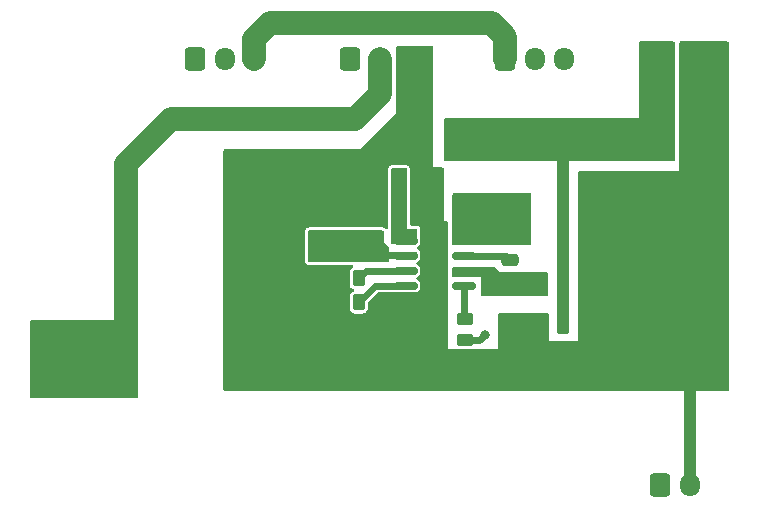
<source format=gbr>
%TF.GenerationSoftware,KiCad,Pcbnew,(6.0.2)*%
%TF.CreationDate,2022-04-08T09:52:01+08:00*%
%TF.ProjectId,NoiseAMP_BAT,4e6f6973-6541-44d5-905f-4241542e6b69,rev?*%
%TF.SameCoordinates,Original*%
%TF.FileFunction,Copper,L1,Top*%
%TF.FilePolarity,Positive*%
%FSLAX46Y46*%
G04 Gerber Fmt 4.6, Leading zero omitted, Abs format (unit mm)*
G04 Created by KiCad (PCBNEW (6.0.2)) date 2022-04-08 09:52:01*
%MOMM*%
%LPD*%
G01*
G04 APERTURE LIST*
G04 Aperture macros list*
%AMRoundRect*
0 Rectangle with rounded corners*
0 $1 Rounding radius*
0 $2 $3 $4 $5 $6 $7 $8 $9 X,Y pos of 4 corners*
0 Add a 4 corners polygon primitive as box body*
4,1,4,$2,$3,$4,$5,$6,$7,$8,$9,$2,$3,0*
0 Add four circle primitives for the rounded corners*
1,1,$1+$1,$2,$3*
1,1,$1+$1,$4,$5*
1,1,$1+$1,$6,$7*
1,1,$1+$1,$8,$9*
0 Add four rect primitives between the rounded corners*
20,1,$1+$1,$2,$3,$4,$5,0*
20,1,$1+$1,$4,$5,$6,$7,0*
20,1,$1+$1,$6,$7,$8,$9,0*
20,1,$1+$1,$8,$9,$2,$3,0*%
G04 Aperture macros list end*
%TA.AperFunction,SMDPad,CuDef*%
%ADD10RoundRect,0.150000X-0.825000X-0.150000X0.825000X-0.150000X0.825000X0.150000X-0.825000X0.150000X0*%
%TD*%
%TA.AperFunction,SMDPad,CuDef*%
%ADD11R,2.290000X3.000000*%
%TD*%
%TA.AperFunction,SMDPad,CuDef*%
%ADD12RoundRect,0.250000X-0.262500X-0.450000X0.262500X-0.450000X0.262500X0.450000X-0.262500X0.450000X0*%
%TD*%
%TA.AperFunction,SMDPad,CuDef*%
%ADD13RoundRect,0.250000X0.450000X-0.262500X0.450000X0.262500X-0.450000X0.262500X-0.450000X-0.262500X0*%
%TD*%
%TA.AperFunction,SMDPad,CuDef*%
%ADD14R,3.400000X2.000000*%
%TD*%
%TA.AperFunction,ComponentPad*%
%ADD15RoundRect,0.250000X-0.600000X-0.725000X0.600000X-0.725000X0.600000X0.725000X-0.600000X0.725000X0*%
%TD*%
%TA.AperFunction,ComponentPad*%
%ADD16O,1.700000X1.950000*%
%TD*%
%TA.AperFunction,SMDPad,CuDef*%
%ADD17RoundRect,0.250000X-0.650000X0.325000X-0.650000X-0.325000X0.650000X-0.325000X0.650000X0.325000X0*%
%TD*%
%TA.AperFunction,SMDPad,CuDef*%
%ADD18RoundRect,0.250000X0.650000X-0.325000X0.650000X0.325000X-0.650000X0.325000X-0.650000X-0.325000X0*%
%TD*%
%TA.AperFunction,SMDPad,CuDef*%
%ADD19RoundRect,0.250000X-0.475000X0.250000X-0.475000X-0.250000X0.475000X-0.250000X0.475000X0.250000X0*%
%TD*%
%TA.AperFunction,SMDPad,CuDef*%
%ADD20RoundRect,0.250000X0.325000X0.650000X-0.325000X0.650000X-0.325000X-0.650000X0.325000X-0.650000X0*%
%TD*%
%TA.AperFunction,ViaPad*%
%ADD21C,0.800000*%
%TD*%
%TA.AperFunction,ViaPad*%
%ADD22C,1.000000*%
%TD*%
%TA.AperFunction,Conductor*%
%ADD23C,1.000000*%
%TD*%
%TA.AperFunction,Conductor*%
%ADD24C,0.600000*%
%TD*%
%TA.AperFunction,Conductor*%
%ADD25C,2.000000*%
%TD*%
G04 APERTURE END LIST*
D10*
%TO.P,U1,1,VSYS*%
%TO.N,Net-(C1-Pad2)*%
X125795000Y-66167000D03*
%TO.P,U1,2,VOUT*%
%TO.N,Net-(C5-Pad1)*%
X125795000Y-67437000D03*
%TO.P,U1,3,VSET*%
%TO.N,Net-(R3-Pad2)*%
X125795000Y-68707000D03*
%TO.P,U1,4,NTC*%
%TO.N,Net-(R5-Pad2)*%
X125795000Y-69977000D03*
%TO.P,U1,5,LED*%
%TO.N,Net-(R4-Pad2)*%
X130745000Y-69977000D03*
%TO.P,U1,6,VIN*%
%TO.N,Net-(C6-Pad1)*%
X130745000Y-68707000D03*
%TO.P,U1,7,BST*%
%TO.N,Net-(C4-Pad2)*%
X130745000Y-67437000D03*
%TO.P,U1,8,LX*%
%TO.N,Net-(C4-Pad1)*%
X130745000Y-66167000D03*
D11*
%TO.P,U1,9,PowerPAD*%
%TO.N,GND*%
X128270000Y-68072000D03*
%TD*%
D12*
%TO.P,R5,1*%
%TO.N,GND*%
X119991500Y-71374000D03*
%TO.P,R5,2*%
%TO.N,Net-(R5-Pad2)*%
X121816500Y-71374000D03*
%TD*%
D13*
%TO.P,R4,1*%
%TO.N,Net-(J4-Pad1)*%
X130810000Y-74572500D03*
%TO.P,R4,2*%
%TO.N,Net-(R4-Pad2)*%
X130810000Y-72747500D03*
%TD*%
D12*
%TO.P,R3,1*%
%TO.N,GND*%
X119991500Y-69342000D03*
%TO.P,R3,2*%
%TO.N,Net-(R3-Pad2)*%
X121816500Y-69342000D03*
%TD*%
%TO.P,R2,1*%
%TO.N,GND*%
X137263500Y-73406000D03*
%TO.P,R2,2*%
%TO.N,Net-(R1-Pad2)*%
X139088500Y-73406000D03*
%TD*%
%TO.P,R1,1*%
%TO.N,Net-(C6-Pad1)*%
X137263500Y-69850000D03*
%TO.P,R1,2*%
%TO.N,Net-(R1-Pad2)*%
X139088500Y-69850000D03*
%TD*%
D14*
%TO.P,L1,1*%
%TO.N,Net-(C4-Pad1)*%
X134620000Y-63302000D03*
%TO.P,L1,2*%
%TO.N,Net-(R1-Pad2)*%
X134620000Y-57602000D03*
%TD*%
D15*
%TO.P,J5,1,Pin_1*%
%TO.N,Net-(J3-Pad1)*%
X121106666Y-50800000D03*
D16*
%TO.P,J5,2,Pin_2*%
%TO.N,Net-(J5-Pad2)*%
X123606666Y-50800000D03*
%TO.P,J5,3,Pin_3*%
%TO.N,GND*%
X126106666Y-50800000D03*
%TD*%
D15*
%TO.P,J4,1,Pin_1*%
%TO.N,Net-(J4-Pad1)*%
X147340000Y-86868000D03*
D16*
%TO.P,J4,2,Pin_2*%
%TO.N,GND*%
X149840000Y-86868000D03*
%TD*%
D15*
%TO.P,J3,1,Pin_1*%
%TO.N,Net-(J3-Pad1)*%
X107990000Y-50800000D03*
D16*
%TO.P,J3,2,Pin_2*%
%TO.N,Net-(J3-Pad2)*%
X110490000Y-50800000D03*
%TO.P,J3,3,Pin_3*%
%TO.N,Net-(J2-Pad1)*%
X112990000Y-50800000D03*
%TD*%
D15*
%TO.P,J2,1,Pin_1*%
%TO.N,Net-(J2-Pad1)*%
X134223332Y-50800000D03*
D16*
%TO.P,J2,2,Pin_2*%
%TO.N,Net-(J2-Pad2)*%
X136723332Y-50800000D03*
%TO.P,J2,3,Pin_3*%
%TO.N,Net-(C5-Pad1)*%
X139223332Y-50800000D03*
%TD*%
D15*
%TO.P,J1,1,Pin_1*%
%TO.N,Net-(R1-Pad2)*%
X147340000Y-50800000D03*
D16*
%TO.P,J1,2,Pin_2*%
%TO.N,GND*%
X149840000Y-50800000D03*
%TD*%
D17*
%TO.P,C6,1*%
%TO.N,Net-(C6-Pad1)*%
X134874000Y-70153000D03*
%TO.P,C6,2*%
%TO.N,GND*%
X134874000Y-73103000D03*
%TD*%
D18*
%TO.P,C5,1*%
%TO.N,Net-(C5-Pad1)*%
X121412000Y-67261000D03*
%TO.P,C5,2*%
%TO.N,GND*%
X121412000Y-64311000D03*
%TD*%
D19*
%TO.P,C4,1*%
%TO.N,Net-(C4-Pad1)*%
X134620000Y-65852000D03*
%TO.P,C4,2*%
%TO.N,Net-(C4-Pad2)*%
X134620000Y-67752000D03*
%TD*%
D20*
%TO.P,C3,1*%
%TO.N,Net-(R1-Pad2)*%
X129745000Y-58420000D03*
%TO.P,C3,2*%
%TO.N,GND*%
X126795000Y-58420000D03*
%TD*%
%TO.P,C2,1*%
%TO.N,GND*%
X128221000Y-63500000D03*
%TO.P,C2,2*%
%TO.N,Net-(C1-Pad2)*%
X125271000Y-63500000D03*
%TD*%
%TO.P,C1,1*%
%TO.N,GND*%
X128221000Y-60960000D03*
%TO.P,C1,2*%
%TO.N,Net-(C1-Pad2)*%
X125271000Y-60960000D03*
%TD*%
D21*
%TO.N,GND*%
X144907000Y-62611000D03*
X144907000Y-64135000D03*
X144907000Y-65659000D03*
X144907000Y-67183000D03*
X144907000Y-68707000D03*
X143256000Y-68707000D03*
X143256000Y-67183000D03*
X143256000Y-65659000D03*
X143256000Y-64135000D03*
X143256000Y-62611000D03*
X141605000Y-68707000D03*
X141605000Y-67183000D03*
X141605000Y-65659000D03*
X141605000Y-64135000D03*
X141605000Y-62611000D03*
X127000000Y-61341000D03*
X127000000Y-62865000D03*
X127000000Y-64262000D03*
X128905000Y-65913000D03*
X127635000Y-65913000D03*
X127609600Y-68072000D03*
X128930400Y-68072000D03*
X128930400Y-69088000D03*
X127609600Y-69088000D03*
X128930400Y-67056000D03*
X127609600Y-67056000D03*
%TO.N,Net-(J4-Pad1)*%
X132486400Y-74117200D03*
D22*
%TO.N,Net-(C5-Pad1)*%
X123317000Y-67183000D03*
X122428000Y-65913000D03*
X120904000Y-65913000D03*
X119507000Y-67310000D03*
X119507000Y-65913000D03*
X118110000Y-67310000D03*
X118110000Y-65913000D03*
D21*
%TO.N,Net-(J5-Pad2)*%
X102362000Y-73914000D03*
X102362000Y-75438000D03*
X102362000Y-76962000D03*
X102362000Y-78486000D03*
X100838000Y-73914000D03*
X100838000Y-75438000D03*
X100838000Y-76962000D03*
X100838000Y-78486000D03*
X99314000Y-78486000D03*
X99314000Y-76962000D03*
X99314000Y-75438000D03*
X99314000Y-73914000D03*
%TD*%
D23*
%TO.N,GND*%
X149840000Y-86868000D02*
X149840000Y-77856400D01*
D24*
%TO.N,Net-(J4-Pad1)*%
X132031100Y-74572500D02*
X132486400Y-74117200D01*
X130810000Y-74572500D02*
X132031100Y-74572500D01*
D23*
%TO.N,Net-(R1-Pad2)*%
X139065000Y-58928000D02*
X139088500Y-58951500D01*
X139088500Y-73406000D02*
X139088500Y-58951500D01*
D24*
%TO.N,Net-(R4-Pad2)*%
X130745000Y-72682500D02*
X130810000Y-72747500D01*
X130745000Y-69977000D02*
X130745000Y-72682500D01*
%TO.N,Net-(C4-Pad2)*%
X130745000Y-67437000D02*
X134305000Y-67437000D01*
X134305000Y-67437000D02*
X134620000Y-67752000D01*
%TO.N,Net-(R5-Pad2)*%
X123213500Y-69977000D02*
X121816500Y-71374000D01*
X125795000Y-69977000D02*
X123213500Y-69977000D01*
%TO.N,Net-(R3-Pad2)*%
X122451500Y-68707000D02*
X121816500Y-69342000D01*
X125795000Y-68707000D02*
X122451500Y-68707000D01*
%TO.N,Net-(C5-Pad1)*%
X121588000Y-67437000D02*
X121412000Y-67261000D01*
D25*
%TO.N,Net-(J5-Pad2)*%
X102108000Y-59690000D02*
X102108000Y-73406000D01*
X105918000Y-55880000D02*
X102108000Y-59690000D01*
X121501666Y-55880000D02*
X105918000Y-55880000D01*
X123606666Y-53775000D02*
X121501666Y-55880000D01*
X123606666Y-50800000D02*
X123606666Y-53775000D01*
%TO.N,Net-(J2-Pad1)*%
X134223332Y-48879332D02*
X134223332Y-50800000D01*
X114300000Y-47752000D02*
X133096000Y-47752000D01*
X133096000Y-47752000D02*
X134223332Y-48879332D01*
X112990000Y-49062000D02*
X114300000Y-47752000D01*
X112990000Y-50800000D02*
X112990000Y-49062000D01*
%TD*%
%TA.AperFunction,Conductor*%
%TO.N,Net-(J5-Pad2)*%
G36*
X103066121Y-72918002D02*
G01*
X103112614Y-72971658D01*
X103124000Y-73024000D01*
X103124000Y-79376000D01*
X103103998Y-79444121D01*
X103050342Y-79490614D01*
X102998000Y-79502000D01*
X94106000Y-79502000D01*
X94037879Y-79481998D01*
X93991386Y-79428342D01*
X93980000Y-79376000D01*
X93980000Y-73024000D01*
X94000002Y-72955879D01*
X94053658Y-72909386D01*
X94106000Y-72898000D01*
X102998000Y-72898000D01*
X103066121Y-72918002D01*
G37*
%TD.AperFunction*%
%TD*%
%TA.AperFunction,Conductor*%
%TO.N,Net-(C1-Pad2)*%
G36*
X125875321Y-60014802D02*
G01*
X125921814Y-60068458D01*
X125933200Y-60120800D01*
X125933200Y-65125600D01*
X126670800Y-65125600D01*
X126738921Y-65145602D01*
X126785414Y-65199258D01*
X126796800Y-65251600D01*
X126796800Y-66320400D01*
X126776798Y-66388521D01*
X126723142Y-66435014D01*
X126670800Y-66446400D01*
X124687600Y-66446400D01*
X124619479Y-66426398D01*
X124572986Y-66372742D01*
X124561600Y-66320400D01*
X124561600Y-60120800D01*
X124581602Y-60052679D01*
X124635258Y-60006186D01*
X124687600Y-59994800D01*
X125807200Y-59994800D01*
X125875321Y-60014802D01*
G37*
%TD.AperFunction*%
%TD*%
%TA.AperFunction,Conductor*%
%TO.N,Net-(C4-Pad1)*%
G36*
X136390921Y-62148402D02*
G01*
X136437414Y-62202058D01*
X136448800Y-62254400D01*
X136448800Y-66371200D01*
X136428798Y-66439321D01*
X136375142Y-66485814D01*
X136322800Y-66497200D01*
X129869200Y-66497200D01*
X129801079Y-66477198D01*
X129754586Y-66423542D01*
X129743200Y-66371200D01*
X129743200Y-62254400D01*
X129763202Y-62186279D01*
X129816858Y-62139786D01*
X129869200Y-62128400D01*
X136322800Y-62128400D01*
X136390921Y-62148402D01*
G37*
%TD.AperFunction*%
%TD*%
%TA.AperFunction,Conductor*%
%TO.N,Net-(C6-Pad1)*%
G36*
X133360945Y-68396802D02*
G01*
X133387649Y-68419828D01*
X133705600Y-68783200D01*
X137694400Y-68783200D01*
X137762521Y-68803202D01*
X137809014Y-68856858D01*
X137820400Y-68909200D01*
X137820400Y-70740000D01*
X137800398Y-70808121D01*
X137746742Y-70854614D01*
X137694400Y-70866000D01*
X132307600Y-70866000D01*
X132239479Y-70845998D01*
X132192986Y-70792342D01*
X132181600Y-70740000D01*
X132181600Y-69240400D01*
X129869200Y-69240400D01*
X129801079Y-69220398D01*
X129754586Y-69166742D01*
X129743200Y-69114400D01*
X129743200Y-68502800D01*
X129763202Y-68434679D01*
X129816858Y-68388186D01*
X129869200Y-68376800D01*
X133292824Y-68376800D01*
X133360945Y-68396802D01*
G37*
%TD.AperFunction*%
%TD*%
%TA.AperFunction,Conductor*%
%TO.N,Net-(R1-Pad2)*%
G36*
X148532121Y-49296002D02*
G01*
X148578614Y-49349658D01*
X148590000Y-49402000D01*
X148590000Y-59310000D01*
X148569998Y-59378121D01*
X148516342Y-59424614D01*
X148464000Y-59436000D01*
X129158000Y-59436000D01*
X129089879Y-59415998D01*
X129043386Y-59362342D01*
X129032000Y-59310000D01*
X129032000Y-55879000D01*
X129052002Y-55810879D01*
X129105658Y-55764386D01*
X129158000Y-55753000D01*
X145542000Y-55753000D01*
X145542000Y-49402000D01*
X145562002Y-49333879D01*
X145615658Y-49287386D01*
X145668000Y-49276000D01*
X148464000Y-49276000D01*
X148532121Y-49296002D01*
G37*
%TD.AperFunction*%
%TD*%
%TA.AperFunction,Conductor*%
%TO.N,GND*%
G36*
X153104121Y-49296002D02*
G01*
X153150614Y-49349658D01*
X153162000Y-49402000D01*
X153162000Y-78741000D01*
X153141998Y-78809121D01*
X153088342Y-78855614D01*
X153036000Y-78867000D01*
X110489000Y-78867000D01*
X110420879Y-78846998D01*
X110374386Y-78793342D01*
X110363000Y-78741000D01*
X110363000Y-67844400D01*
X117250400Y-67844400D01*
X117256113Y-67897540D01*
X117256831Y-67900840D01*
X117256831Y-67900841D01*
X117257466Y-67903761D01*
X117267499Y-67949882D01*
X117274579Y-67975691D01*
X117322848Y-68060457D01*
X117330587Y-68069388D01*
X117366280Y-68110580D01*
X117369341Y-68114113D01*
X117371361Y-68116062D01*
X117394928Y-68138803D01*
X117394930Y-68138805D01*
X117401412Y-68145059D01*
X117487846Y-68190271D01*
X117555967Y-68210273D01*
X117560426Y-68210914D01*
X117560430Y-68210915D01*
X117591183Y-68215336D01*
X117626400Y-68220400D01*
X121237891Y-68220400D01*
X121306012Y-68240402D01*
X121352505Y-68294058D01*
X121362609Y-68364332D01*
X121333115Y-68428912D01*
X121310306Y-68447313D01*
X121311176Y-68448474D01*
X121238690Y-68502800D01*
X121196454Y-68534454D01*
X121191072Y-68541635D01*
X121115856Y-68641994D01*
X121115854Y-68641997D01*
X121110474Y-68649176D01*
X121060149Y-68783420D01*
X121053500Y-68844623D01*
X121053501Y-69839376D01*
X121060149Y-69900580D01*
X121110474Y-70034824D01*
X121115854Y-70042003D01*
X121115856Y-70042006D01*
X121191072Y-70142365D01*
X121196454Y-70149546D01*
X121203635Y-70154928D01*
X121303994Y-70230144D01*
X121303997Y-70230146D01*
X121311176Y-70235526D01*
X121323160Y-70240019D01*
X121326194Y-70242298D01*
X121327455Y-70242988D01*
X121327355Y-70243170D01*
X121379923Y-70282658D01*
X121404624Y-70349219D01*
X121389418Y-70418568D01*
X121339133Y-70468687D01*
X121323167Y-70475979D01*
X121311176Y-70480474D01*
X121303997Y-70485854D01*
X121303994Y-70485856D01*
X121244587Y-70530380D01*
X121196454Y-70566454D01*
X121191072Y-70573635D01*
X121115856Y-70673994D01*
X121115854Y-70673997D01*
X121110474Y-70681176D01*
X121060149Y-70815420D01*
X121053500Y-70876623D01*
X121053501Y-71871376D01*
X121060149Y-71932580D01*
X121110474Y-72066824D01*
X121115854Y-72074003D01*
X121115856Y-72074006D01*
X121155914Y-72127454D01*
X121196454Y-72181546D01*
X121203635Y-72186928D01*
X121303994Y-72262144D01*
X121303997Y-72262146D01*
X121311176Y-72267526D01*
X121400561Y-72301034D01*
X121438025Y-72315079D01*
X121438027Y-72315079D01*
X121445420Y-72317851D01*
X121453270Y-72318704D01*
X121453271Y-72318704D01*
X121473292Y-72320879D01*
X121506623Y-72324500D01*
X121816454Y-72324500D01*
X122126376Y-72324499D01*
X122129770Y-72324130D01*
X122129776Y-72324130D01*
X122179722Y-72318705D01*
X122179726Y-72318704D01*
X122187580Y-72317851D01*
X122321824Y-72267526D01*
X122329003Y-72262146D01*
X122329006Y-72262144D01*
X122429365Y-72186928D01*
X122436546Y-72181546D01*
X122477086Y-72127454D01*
X122517144Y-72074006D01*
X122517146Y-72074003D01*
X122522526Y-72066824D01*
X122572851Y-71932580D01*
X122579500Y-71871377D01*
X122579500Y-71441716D01*
X122599502Y-71373595D01*
X122616404Y-71352621D01*
X123404619Y-70564405D01*
X123466932Y-70530380D01*
X123493715Y-70527500D01*
X125832785Y-70527500D01*
X125832788Y-70527499D01*
X126651518Y-70527499D01*
X126656412Y-70526724D01*
X126735506Y-70514198D01*
X126735508Y-70514197D01*
X126745304Y-70512646D01*
X126858342Y-70455050D01*
X126948050Y-70365342D01*
X127005646Y-70252304D01*
X127008304Y-70235526D01*
X127011530Y-70215151D01*
X127020500Y-70158519D01*
X127020499Y-69795482D01*
X127005646Y-69701696D01*
X126948050Y-69588658D01*
X126858342Y-69498950D01*
X126770647Y-69454267D01*
X126719032Y-69405519D01*
X126701966Y-69336604D01*
X126724867Y-69269402D01*
X126770647Y-69229733D01*
X126849510Y-69189550D01*
X126849509Y-69189550D01*
X126858342Y-69185050D01*
X126948050Y-69095342D01*
X127005646Y-68982304D01*
X127020500Y-68888519D01*
X127020499Y-68525482D01*
X127008303Y-68448474D01*
X127007198Y-68441494D01*
X127007197Y-68441492D01*
X127005646Y-68431696D01*
X126948050Y-68318658D01*
X126858342Y-68228950D01*
X126770647Y-68184267D01*
X126719032Y-68135519D01*
X126701966Y-68066604D01*
X126724867Y-67999402D01*
X126770647Y-67959733D01*
X126858342Y-67915050D01*
X126865357Y-67908035D01*
X126871421Y-67903629D01*
X126879452Y-67898448D01*
X126881474Y-67897017D01*
X126886857Y-67893952D01*
X126940513Y-67847459D01*
X126947108Y-67840625D01*
X126965203Y-67821872D01*
X126965205Y-67821870D01*
X126971459Y-67815388D01*
X127016671Y-67728954D01*
X127036673Y-67660833D01*
X127046800Y-67590400D01*
X127046800Y-67232800D01*
X127041087Y-67179660D01*
X127029701Y-67127318D01*
X127022621Y-67101509D01*
X126974352Y-67016743D01*
X126927859Y-66963087D01*
X126907265Y-66943215D01*
X126902272Y-66938397D01*
X126902270Y-66938395D01*
X126895788Y-66932141D01*
X126815539Y-66890164D01*
X126764448Y-66840866D01*
X126748121Y-66771773D01*
X126771740Y-66704820D01*
X126816737Y-66666249D01*
X126849506Y-66649552D01*
X126858342Y-66645050D01*
X126865357Y-66638035D01*
X126871421Y-66633629D01*
X126879452Y-66628448D01*
X126881474Y-66627017D01*
X126886857Y-66623952D01*
X126891537Y-66619897D01*
X126938390Y-66579299D01*
X126938395Y-66579294D01*
X126940513Y-66577459D01*
X126947108Y-66570625D01*
X126965203Y-66551872D01*
X126965205Y-66551870D01*
X126971459Y-66545388D01*
X127016671Y-66458954D01*
X127036673Y-66390833D01*
X127046800Y-66320400D01*
X127046800Y-65251600D01*
X127041087Y-65198460D01*
X127029701Y-65146118D01*
X127027038Y-65136412D01*
X127024708Y-65127915D01*
X127024707Y-65127911D01*
X127022621Y-65120309D01*
X126974352Y-65035543D01*
X126927859Y-64981887D01*
X126921025Y-64975292D01*
X126902272Y-64957197D01*
X126902270Y-64957195D01*
X126895788Y-64950941D01*
X126809354Y-64905729D01*
X126741233Y-64885727D01*
X126736774Y-64885086D01*
X126736770Y-64885085D01*
X126706016Y-64880663D01*
X126670800Y-64875600D01*
X126309200Y-64875600D01*
X126241079Y-64855598D01*
X126194586Y-64801942D01*
X126183200Y-64749600D01*
X126183200Y-60120800D01*
X126177487Y-60067660D01*
X126166101Y-60015318D01*
X126159021Y-59989509D01*
X126110752Y-59904743D01*
X126075224Y-59863741D01*
X126066099Y-59853210D01*
X126066094Y-59853205D01*
X126064259Y-59851087D01*
X126057425Y-59844492D01*
X126038672Y-59826397D01*
X126038670Y-59826395D01*
X126032188Y-59820141D01*
X125945754Y-59774929D01*
X125877633Y-59754927D01*
X125873174Y-59754286D01*
X125873170Y-59754285D01*
X125842416Y-59749863D01*
X125807200Y-59744800D01*
X124687600Y-59744800D01*
X124684253Y-59745160D01*
X124684250Y-59745160D01*
X124637824Y-59750151D01*
X124637818Y-59750152D01*
X124634460Y-59750513D01*
X124582118Y-59761899D01*
X124573099Y-59764373D01*
X124563915Y-59766892D01*
X124563911Y-59766893D01*
X124556309Y-59768979D01*
X124471543Y-59817248D01*
X124449791Y-59836096D01*
X124432491Y-59851087D01*
X124417887Y-59863741D01*
X124415938Y-59865761D01*
X124393197Y-59889328D01*
X124393195Y-59889330D01*
X124386941Y-59895812D01*
X124341729Y-59982246D01*
X124321727Y-60050367D01*
X124321086Y-60054826D01*
X124321085Y-60054830D01*
X124318904Y-60070000D01*
X124311600Y-60120800D01*
X124311600Y-65060218D01*
X124291598Y-65128339D01*
X124237942Y-65174832D01*
X124167668Y-65184936D01*
X124103088Y-65155442D01*
X124090376Y-65142731D01*
X124084901Y-65136412D01*
X124084893Y-65136404D01*
X124083059Y-65134287D01*
X124061469Y-65113454D01*
X124057472Y-65109597D01*
X124057470Y-65109595D01*
X124050988Y-65103341D01*
X123964554Y-65058129D01*
X123896433Y-65038127D01*
X123891974Y-65037486D01*
X123891970Y-65037485D01*
X123861216Y-65033063D01*
X123826000Y-65028000D01*
X117626400Y-65028000D01*
X117623053Y-65028360D01*
X117623050Y-65028360D01*
X117576624Y-65033351D01*
X117576618Y-65033352D01*
X117573260Y-65033713D01*
X117520918Y-65045099D01*
X117511899Y-65047573D01*
X117502715Y-65050092D01*
X117502711Y-65050093D01*
X117495109Y-65052179D01*
X117410343Y-65100448D01*
X117395333Y-65113454D01*
X117359516Y-65144490D01*
X117356687Y-65146941D01*
X117354738Y-65148961D01*
X117331997Y-65172528D01*
X117331995Y-65172530D01*
X117325741Y-65179012D01*
X117280529Y-65265446D01*
X117260527Y-65333567D01*
X117259886Y-65338026D01*
X117259885Y-65338030D01*
X117255463Y-65368784D01*
X117250400Y-65404000D01*
X117250400Y-67844400D01*
X110363000Y-67844400D01*
X110363000Y-58546000D01*
X110383002Y-58477879D01*
X110436658Y-58431386D01*
X110489000Y-58420000D01*
X121920000Y-58420000D01*
X124968000Y-55372000D01*
X124968000Y-49783000D01*
X124988002Y-49714879D01*
X125041658Y-49668386D01*
X125094000Y-49657000D01*
X128017000Y-49657000D01*
X128085121Y-49677002D01*
X128131614Y-49730658D01*
X128143000Y-49783000D01*
X128143000Y-59944000D01*
X128906000Y-59944000D01*
X128974121Y-59964002D01*
X129020614Y-60017658D01*
X129032000Y-60070000D01*
X129032000Y-64516000D01*
X129287000Y-64516000D01*
X129355121Y-64536002D01*
X129401614Y-64589658D01*
X129413000Y-64642000D01*
X129413000Y-75311000D01*
X130180961Y-75311000D01*
X130225190Y-75319018D01*
X130244025Y-75326079D01*
X130244027Y-75326079D01*
X130251420Y-75328851D01*
X130259270Y-75329704D01*
X130259271Y-75329704D01*
X130309217Y-75335130D01*
X130312623Y-75335500D01*
X130809927Y-75335500D01*
X131307376Y-75335499D01*
X131310770Y-75335130D01*
X131310776Y-75335130D01*
X131360722Y-75329705D01*
X131360726Y-75329704D01*
X131368580Y-75328851D01*
X131394810Y-75319018D01*
X131439039Y-75311000D01*
X133604000Y-75311000D01*
X133604000Y-72389000D01*
X133624002Y-72320879D01*
X133677658Y-72274386D01*
X133730000Y-72263000D01*
X137796000Y-72263000D01*
X137864121Y-72283002D01*
X137910614Y-72336658D01*
X137922000Y-72389000D01*
X137922000Y-74676000D01*
X140411200Y-74676000D01*
X140411200Y-60374800D01*
X140431202Y-60306679D01*
X140484858Y-60260186D01*
X140537200Y-60248800D01*
X148971000Y-60248800D01*
X148971000Y-49402000D01*
X148991002Y-49333879D01*
X149044658Y-49287386D01*
X149097000Y-49276000D01*
X153036000Y-49276000D01*
X153104121Y-49296002D01*
G37*
%TD.AperFunction*%
%TD*%
%TA.AperFunction,Conductor*%
%TO.N,Net-(C5-Pad1)*%
G36*
X123894121Y-65298002D02*
G01*
X123940614Y-65351658D01*
X123952000Y-65404000D01*
X123952000Y-66294000D01*
X123959895Y-66302772D01*
X124376855Y-66766061D01*
X124407558Y-66830076D01*
X124409200Y-66850351D01*
X124409200Y-67106800D01*
X126670800Y-67106800D01*
X126738921Y-67126802D01*
X126785414Y-67180458D01*
X126796800Y-67232800D01*
X126796800Y-67590400D01*
X126776798Y-67658521D01*
X126723142Y-67705014D01*
X126670800Y-67716400D01*
X124409200Y-67716400D01*
X124409200Y-67844400D01*
X124389198Y-67912521D01*
X124335542Y-67959014D01*
X124283200Y-67970400D01*
X117626400Y-67970400D01*
X117558279Y-67950398D01*
X117511786Y-67896742D01*
X117500400Y-67844400D01*
X117500400Y-65404000D01*
X117520402Y-65335879D01*
X117574058Y-65289386D01*
X117626400Y-65278000D01*
X123826000Y-65278000D01*
X123894121Y-65298002D01*
G37*
%TD.AperFunction*%
%TD*%
M02*

</source>
